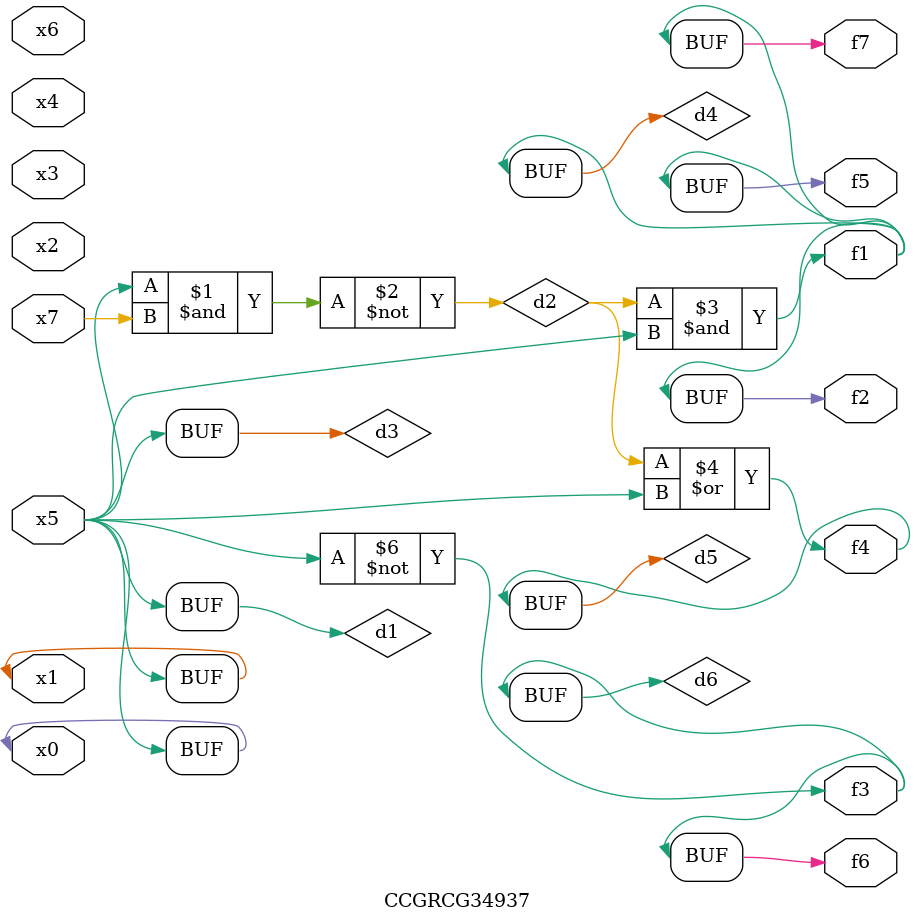
<source format=v>
module CCGRCG34937(
	input x0, x1, x2, x3, x4, x5, x6, x7,
	output f1, f2, f3, f4, f5, f6, f7
);

	wire d1, d2, d3, d4, d5, d6;

	buf (d1, x0, x5);
	nand (d2, x5, x7);
	buf (d3, x0, x1);
	and (d4, d2, d3);
	or (d5, d2, d3);
	nor (d6, d1, d3);
	assign f1 = d4;
	assign f2 = d4;
	assign f3 = d6;
	assign f4 = d5;
	assign f5 = d4;
	assign f6 = d6;
	assign f7 = d4;
endmodule

</source>
